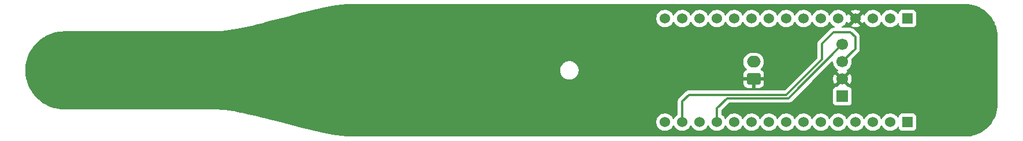
<source format=gbr>
%TF.GenerationSoftware,KiCad,Pcbnew,9.0.1*%
%TF.CreationDate,2025-04-29T17:49:49+02:00*%
%TF.ProjectId,Projet S6,50726f6a-6574-4205-9336-2e6b69636164,rev?*%
%TF.SameCoordinates,Original*%
%TF.FileFunction,Copper,L2,Bot*%
%TF.FilePolarity,Positive*%
%FSLAX46Y46*%
G04 Gerber Fmt 4.6, Leading zero omitted, Abs format (unit mm)*
G04 Created by KiCad (PCBNEW 9.0.1) date 2025-04-29 17:49:49*
%MOMM*%
%LPD*%
G01*
G04 APERTURE LIST*
G04 Aperture macros list*
%AMRoundRect*
0 Rectangle with rounded corners*
0 $1 Rounding radius*
0 $2 $3 $4 $5 $6 $7 $8 $9 X,Y pos of 4 corners*
0 Add a 4 corners polygon primitive as box body*
4,1,4,$2,$3,$4,$5,$6,$7,$8,$9,$2,$3,0*
0 Add four circle primitives for the rounded corners*
1,1,$1+$1,$2,$3*
1,1,$1+$1,$4,$5*
1,1,$1+$1,$6,$7*
1,1,$1+$1,$8,$9*
0 Add four rect primitives between the rounded corners*
20,1,$1+$1,$2,$3,$4,$5,0*
20,1,$1+$1,$4,$5,$6,$7,0*
20,1,$1+$1,$6,$7,$8,$9,0*
20,1,$1+$1,$8,$9,$2,$3,0*%
G04 Aperture macros list end*
%TA.AperFunction,ComponentPad*%
%ADD10R,1.530000X1.530000*%
%TD*%
%TA.AperFunction,ComponentPad*%
%ADD11C,1.530000*%
%TD*%
%TA.AperFunction,ComponentPad*%
%ADD12RoundRect,0.250000X0.750000X-0.600000X0.750000X0.600000X-0.750000X0.600000X-0.750000X-0.600000X0*%
%TD*%
%TA.AperFunction,ComponentPad*%
%ADD13O,2.000000X1.700000*%
%TD*%
%TA.AperFunction,ComponentPad*%
%ADD14R,1.700000X1.700000*%
%TD*%
%TA.AperFunction,ComponentPad*%
%ADD15C,1.700000*%
%TD*%
%TA.AperFunction,ViaPad*%
%ADD16C,1.200000*%
%TD*%
%TA.AperFunction,Conductor*%
%ADD17C,0.300000*%
%TD*%
G04 APERTURE END LIST*
D10*
%TO.P,Nucleo2,3_1,PA9*%
%TO.N,LED 8*%
X179560000Y-62380000D03*
D11*
%TO.P,Nucleo2,3_2,PA10*%
%TO.N,LED 9*%
X177020000Y-62380000D03*
%TO.P,Nucleo2,3_3,NRST*%
%TO.N,unconnected-(Nucleo2-NRST-Pad3_3)*%
X174480000Y-62380000D03*
%TO.P,Nucleo2,3_4,GND*%
%TO.N,GND*%
X171940000Y-62380000D03*
%TO.P,Nucleo2,3_5,PA12*%
%TO.N,unconnected-(Nucleo2-PA12-Pad3_5)*%
X169400000Y-62380000D03*
%TO.P,Nucleo2,3_6,PB0*%
%TO.N,unconnected-(Nucleo2-PB0-Pad3_6)*%
X166860000Y-62380000D03*
%TO.P,Nucleo2,3_7,PB7*%
%TO.N,unconnected-(Nucleo2-PB7-Pad3_7)*%
X164320000Y-62380000D03*
%TO.P,Nucleo2,3_8,PA15*%
%TO.N,unconnected-(Nucleo2-PA15-Pad3_8)*%
X161780000Y-62380000D03*
%TO.P,Nucleo2,3_9,PB6*%
%TO.N,unconnected-(Nucleo2-PB6-Pad3_9)*%
X159240000Y-62380000D03*
%TO.P,Nucleo2,3_10,PF0*%
%TO.N,unconnected-(Nucleo2-PF0-Pad3_10)*%
X156700000Y-62380000D03*
%TO.P,Nucleo2,3_11,PF1*%
%TO.N,unconnected-(Nucleo2-PF1-Pad3_11)*%
X154160000Y-62380000D03*
%TO.P,Nucleo2,3_12,PA8*%
%TO.N,LED 10*%
X151620000Y-62380000D03*
%TO.P,Nucleo2,3_13,PA11*%
%TO.N,LED 11*%
X149080000Y-62380000D03*
%TO.P,Nucleo2,3_14,PB5*%
%TO.N,unconnected-(Nucleo2-PB5-Pad3_14)*%
X146540000Y-62380000D03*
%TO.P,Nucleo2,3_15,PB4*%
%TO.N,unconnected-(Nucleo2-PB4-Pad3_15)*%
X144000000Y-62380000D03*
D10*
%TO.P,Nucleo2,4_1,VIN*%
%TO.N,+7.5V*%
X179560000Y-77620000D03*
D11*
%TO.P,Nucleo2,4_2,GND*%
%TO.N,unconnected-(Nucleo2-GND-Pad4_2)*%
X177020000Y-77620000D03*
%TO.P,Nucleo2,4_3*%
%TO.N,N/C*%
X174480000Y-77620000D03*
%TO.P,Nucleo2,4_4,+5V*%
%TO.N,unconnected-(Nucleo2-+5V-Pad4_4)*%
X171940000Y-77620000D03*
%TO.P,Nucleo2,4_5,PA2*%
%TO.N,LED 1*%
X169400000Y-77620000D03*
%TO.P,Nucleo2,4_6,PA7*%
%TO.N,LED 2*%
X166860000Y-77620000D03*
%TO.P,Nucleo2,4_7,PA6*%
%TO.N,LED 7*%
X164320000Y-77620000D03*
%TO.P,Nucleo2,4_8,PA5*%
%TO.N,LED 6*%
X161780000Y-77620000D03*
%TO.P,Nucleo2,4_9,PA4*%
%TO.N,LED 5*%
X159240000Y-77620000D03*
%TO.P,Nucleo2,4_10,PA3*%
%TO.N,LED 4*%
X156700000Y-77620000D03*
%TO.P,Nucleo2,4_11,PA1*%
%TO.N,LED 3*%
X154160000Y-77620000D03*
%TO.P,Nucleo2,4_12,PA0*%
%TO.N,DO*%
X151620000Y-77620000D03*
%TO.P,Nucleo2,4_13,AVDD*%
%TO.N,unconnected-(Nucleo2-AVDD-Pad4_13)*%
X149080000Y-77620000D03*
%TO.P,Nucleo2,4_14,+3V3*%
%TO.N,Alim Hall*%
X146540000Y-77620000D03*
%TO.P,Nucleo2,4_15,PB3*%
%TO.N,unconnected-(Nucleo2-PB3-Pad4_15)*%
X144000000Y-77620000D03*
%TD*%
D12*
%TO.P,J101,1,Pin_1*%
%TO.N,GND*%
X157000000Y-71250000D03*
D13*
%TO.P,J101,2,Pin_2*%
%TO.N,+7.5V*%
X157000000Y-68750000D03*
%TD*%
D14*
%TO.P,J3,1,Pin_1*%
%TO.N,unconnected-(J3-Pin_1-Pad1)*%
X170000000Y-73810000D03*
D15*
%TO.P,J3,2,Pin_2*%
%TO.N,GND*%
X170000000Y-71270000D03*
%TO.P,J3,3,Pin_3*%
%TO.N,Alim Hall*%
X170000000Y-68730000D03*
%TO.P,J3,4,Pin_4*%
%TO.N,DO*%
X170000000Y-66190000D03*
%TD*%
D16*
%TO.N,GND*%
X75000000Y-73000000D03*
X51200000Y-70100000D03*
X165500000Y-66900000D03*
X93000000Y-73000000D03*
X141800000Y-61500000D03*
X97400000Y-78900000D03*
X81000000Y-73000000D03*
X58100000Y-73000000D03*
X131900000Y-79100000D03*
X69000000Y-73000000D03*
X56600000Y-64900000D03*
X135400000Y-66500000D03*
X125600000Y-67800000D03*
X179600000Y-75300000D03*
X179800000Y-64800000D03*
X99000000Y-73000000D03*
X105000000Y-73000000D03*
X87100000Y-73000000D03*
X137900000Y-75700000D03*
X91500000Y-63000000D03*
X135600000Y-77700000D03*
X165200000Y-74300000D03*
X170600000Y-79100000D03*
X128200000Y-65900000D03*
X86600000Y-76500000D03*
X117000000Y-73000000D03*
X141800000Y-77500000D03*
X111000000Y-73000000D03*
X124700000Y-71800000D03*
X141600000Y-72400000D03*
X121000000Y-78800000D03*
X108500000Y-78900000D03*
X133000000Y-61000000D03*
X172400000Y-69600000D03*
%TD*%
D17*
%TO.N,DO*%
X151620000Y-75580000D02*
X151620000Y-77620000D01*
X153100000Y-74100000D02*
X151620000Y-75580000D01*
X170000000Y-66190000D02*
X162090000Y-74100000D01*
X162090000Y-74100000D02*
X153100000Y-74100000D01*
%TO.N,Alim Hall*%
X161801000Y-73599000D02*
X147501000Y-73599000D01*
X167000000Y-68400000D02*
X161801000Y-73599000D01*
X147501000Y-73599000D02*
X146540000Y-74560000D01*
X170000000Y-68730000D02*
X171900000Y-66830000D01*
X146540000Y-74560000D02*
X146540000Y-77620000D01*
X168700000Y-64400000D02*
X167000000Y-66100000D01*
X167000000Y-66100000D02*
X167000000Y-68400000D01*
X171900000Y-65100000D02*
X171200000Y-64400000D01*
X171900000Y-66830000D02*
X171900000Y-65100000D01*
X171200000Y-64400000D02*
X168700000Y-64400000D01*
%TD*%
%TA.AperFunction,Conductor*%
%TO.N,GND*%
G36*
X188002724Y-60250617D02*
G01*
X188408559Y-60268337D01*
X188419293Y-60269277D01*
X188819386Y-60321950D01*
X188830010Y-60323823D01*
X189223993Y-60411167D01*
X189234405Y-60413956D01*
X189619279Y-60535307D01*
X189629414Y-60538996D01*
X190002232Y-60693423D01*
X190012024Y-60697989D01*
X190369942Y-60884309D01*
X190379310Y-60889717D01*
X190719638Y-61106530D01*
X190728499Y-61112735D01*
X191048627Y-61358378D01*
X191056914Y-61365332D01*
X191354412Y-61637938D01*
X191362061Y-61645587D01*
X191634667Y-61943085D01*
X191641621Y-61951372D01*
X191887264Y-62271500D01*
X191893469Y-62280361D01*
X192110282Y-62620689D01*
X192115690Y-62630057D01*
X192302007Y-62987969D01*
X192306579Y-62997773D01*
X192344686Y-63089770D01*
X192449731Y-63343373D01*
X192460997Y-63370570D01*
X192464696Y-63380733D01*
X192580968Y-63749500D01*
X192586037Y-63765575D01*
X192588836Y-63776022D01*
X192602105Y-63835876D01*
X192676173Y-64169977D01*
X192678051Y-64180629D01*
X192730720Y-64580683D01*
X192731663Y-64591460D01*
X192747324Y-64950172D01*
X192749382Y-64997297D01*
X192749500Y-65002706D01*
X192749500Y-74997293D01*
X192749382Y-75002702D01*
X192731663Y-75408539D01*
X192730720Y-75419316D01*
X192678051Y-75819370D01*
X192676173Y-75830022D01*
X192588837Y-76223974D01*
X192586037Y-76234424D01*
X192464697Y-76619264D01*
X192460997Y-76629429D01*
X192306579Y-77002226D01*
X192302007Y-77012030D01*
X192115690Y-77369942D01*
X192110282Y-77379310D01*
X191893469Y-77719638D01*
X191887264Y-77728499D01*
X191641621Y-78048627D01*
X191634667Y-78056914D01*
X191362061Y-78354412D01*
X191354412Y-78362061D01*
X191056914Y-78634667D01*
X191048627Y-78641621D01*
X190728499Y-78887264D01*
X190719638Y-78893469D01*
X190379310Y-79110282D01*
X190369942Y-79115690D01*
X190012030Y-79302007D01*
X190002226Y-79306579D01*
X189629429Y-79460997D01*
X189619264Y-79464697D01*
X189234424Y-79586037D01*
X189223974Y-79588837D01*
X188830022Y-79676173D01*
X188819370Y-79678051D01*
X188419316Y-79730720D01*
X188408539Y-79731663D01*
X188002703Y-79749382D01*
X187997294Y-79749500D01*
X98005710Y-79749500D01*
X98001922Y-79749442D01*
X97380977Y-79730466D01*
X97374358Y-79730087D01*
X96650512Y-79669121D01*
X96644918Y-79668521D01*
X95794899Y-79557912D01*
X95790206Y-79557210D01*
X94790987Y-79388080D01*
X94787095Y-79387357D01*
X93605589Y-79148345D01*
X93602434Y-79147664D01*
X92183818Y-78822044D01*
X92181400Y-78821464D01*
X90414063Y-78378315D01*
X90412552Y-78377926D01*
X87950098Y-77727440D01*
X87950103Y-77727419D01*
X87949946Y-77727399D01*
X86620739Y-77374474D01*
X86620737Y-77374474D01*
X86608533Y-77371233D01*
X86607953Y-77370795D01*
X86560549Y-77358491D01*
X86560222Y-77358405D01*
X86560171Y-77358392D01*
X86503442Y-77343330D01*
X86500020Y-77342782D01*
X85245591Y-77017217D01*
X85232947Y-77013935D01*
X85231777Y-77013072D01*
X85184694Y-77001412D01*
X85184024Y-77001238D01*
X85130497Y-76987346D01*
X85123802Y-76986332D01*
X83898753Y-76682961D01*
X83898753Y-76682962D01*
X83885535Y-76679689D01*
X83883671Y-76678365D01*
X83837261Y-76667735D01*
X83791023Y-76656285D01*
X83791022Y-76656285D01*
X83785841Y-76655002D01*
X83775491Y-76653586D01*
X82594255Y-76383038D01*
X82594254Y-76383038D01*
X82580208Y-76379820D01*
X82577468Y-76377977D01*
X82531815Y-76368736D01*
X82530236Y-76368375D01*
X82530235Y-76368374D01*
X82483571Y-76357688D01*
X82468901Y-76356005D01*
X81346113Y-76128771D01*
X81346113Y-76128770D01*
X81331991Y-76125912D01*
X81329212Y-76124143D01*
X81283271Y-76116053D01*
X81281712Y-76115737D01*
X81234785Y-76106241D01*
X81220131Y-76104935D01*
X80745327Y-76021332D01*
X80739266Y-76020264D01*
X80731599Y-76018914D01*
X80729275Y-76017503D01*
X80682693Y-76010302D01*
X80681357Y-76010067D01*
X80681346Y-76010066D01*
X80639477Y-76002695D01*
X80636132Y-76002106D01*
X80636131Y-76002106D01*
X80631962Y-76001372D01*
X80619702Y-76000565D01*
X80165150Y-75930305D01*
X80165150Y-75930304D01*
X80150992Y-75928116D01*
X80148216Y-75926522D01*
X80101892Y-75920528D01*
X80100358Y-75920291D01*
X80052676Y-75912921D01*
X80038355Y-75912307D01*
X79605655Y-75856324D01*
X79605655Y-75856323D01*
X79590948Y-75854420D01*
X79587612Y-75852632D01*
X79541671Y-75848046D01*
X79534001Y-75847053D01*
X79494193Y-75841903D01*
X79477460Y-75841637D01*
X79068423Y-75800812D01*
X79053008Y-75799273D01*
X79048977Y-75797289D01*
X79003597Y-75794342D01*
X79001452Y-75794128D01*
X79001451Y-75794127D01*
X78958142Y-75789805D01*
X78938552Y-75790118D01*
X78555018Y-75765214D01*
X78538652Y-75764151D01*
X78533752Y-75761986D01*
X78489141Y-75760935D01*
X78486588Y-75760770D01*
X78486556Y-75760769D01*
X78460907Y-75759104D01*
X78444555Y-75758043D01*
X78444554Y-75758043D01*
X78444551Y-75758043D01*
X78442253Y-75758347D01*
X78423090Y-75759382D01*
X78066850Y-75751003D01*
X78066850Y-75751002D01*
X78052649Y-75750668D01*
X78049828Y-75749500D01*
X78002929Y-75749500D01*
X78001482Y-75749466D01*
X77952664Y-75748317D01*
X77939022Y-75749500D01*
X56002487Y-75749500D01*
X55997494Y-75749399D01*
X55542357Y-75731057D01*
X55532403Y-75730254D01*
X55082672Y-75675646D01*
X55072816Y-75674044D01*
X54628949Y-75583429D01*
X54619253Y-75581039D01*
X54184119Y-75455000D01*
X54174647Y-75451838D01*
X53751062Y-75291194D01*
X53741875Y-75287280D01*
X53332585Y-75093069D01*
X53323743Y-75088428D01*
X52931417Y-74861919D01*
X52922977Y-74856582D01*
X52831046Y-74793127D01*
X52550140Y-74599232D01*
X52542159Y-74593234D01*
X52422984Y-74495931D01*
X52191239Y-74306717D01*
X52183782Y-74300111D01*
X51857044Y-73986274D01*
X51850129Y-73979074D01*
X51549726Y-73639989D01*
X51543410Y-73632254D01*
X51271259Y-73270087D01*
X51265586Y-73261869D01*
X51159256Y-73093722D01*
X51023457Y-72878972D01*
X51018465Y-72870326D01*
X51009118Y-72852516D01*
X50807921Y-72469169D01*
X50803654Y-72460174D01*
X50626087Y-72043408D01*
X50622545Y-72034071D01*
X50479082Y-71604346D01*
X50476304Y-71594754D01*
X50438898Y-71442993D01*
X50367885Y-71154883D01*
X50365891Y-71145110D01*
X50354823Y-71077007D01*
X50293221Y-70697957D01*
X50292018Y-70688049D01*
X50284912Y-70600028D01*
X50255565Y-70236488D01*
X50255163Y-70226510D01*
X50255163Y-69893713D01*
X128649500Y-69893713D01*
X128649500Y-70106287D01*
X128650209Y-70110763D01*
X128668541Y-70226510D01*
X128682754Y-70316243D01*
X128741586Y-70497309D01*
X128748444Y-70518414D01*
X128844951Y-70707820D01*
X128969890Y-70879786D01*
X129120213Y-71030109D01*
X129292179Y-71155048D01*
X129292181Y-71155049D01*
X129292184Y-71155051D01*
X129481588Y-71251557D01*
X129683757Y-71317246D01*
X129893713Y-71350500D01*
X129893714Y-71350500D01*
X130106286Y-71350500D01*
X130106287Y-71350500D01*
X130316243Y-71317246D01*
X130518412Y-71251557D01*
X130707816Y-71155051D01*
X130729789Y-71139086D01*
X130879786Y-71030109D01*
X130879788Y-71030106D01*
X130879792Y-71030104D01*
X131030104Y-70879792D01*
X131030106Y-70879788D01*
X131030109Y-70879786D01*
X131155048Y-70707820D01*
X131155047Y-70707820D01*
X131155051Y-70707816D01*
X131251557Y-70518412D01*
X131317246Y-70316243D01*
X131350500Y-70106287D01*
X131350500Y-69893713D01*
X131317246Y-69683757D01*
X131251557Y-69481588D01*
X131155051Y-69292184D01*
X131155049Y-69292181D01*
X131155048Y-69292179D01*
X131030109Y-69120213D01*
X130879786Y-68969890D01*
X130707820Y-68844951D01*
X130520145Y-68749326D01*
X130520144Y-68749325D01*
X130520143Y-68749325D01*
X130518413Y-68748443D01*
X130413241Y-68714270D01*
X130316243Y-68682754D01*
X130316241Y-68682753D01*
X130316240Y-68682753D01*
X130154957Y-68657208D01*
X130106287Y-68649500D01*
X129893713Y-68649500D01*
X129845042Y-68657208D01*
X129683760Y-68682753D01*
X129481585Y-68748444D01*
X129292179Y-68844951D01*
X129120213Y-68969890D01*
X128969890Y-69120213D01*
X128844951Y-69292179D01*
X128748444Y-69481585D01*
X128682753Y-69683760D01*
X128667955Y-69777191D01*
X128649500Y-69893713D01*
X50255163Y-69893713D01*
X50255163Y-69773489D01*
X50255565Y-69763511D01*
X50278324Y-69481585D01*
X50292018Y-69311942D01*
X50293222Y-69302037D01*
X50365894Y-68854873D01*
X50367884Y-68845120D01*
X50417526Y-68643713D01*
X155499500Y-68643713D01*
X155499500Y-68856286D01*
X155529585Y-69046239D01*
X155532754Y-69066243D01*
X155597258Y-69264766D01*
X155598444Y-69268414D01*
X155694951Y-69457820D01*
X155819890Y-69629786D01*
X155959068Y-69768964D01*
X155992553Y-69830287D01*
X155987569Y-69899979D01*
X155945697Y-69955912D01*
X155936484Y-69962183D01*
X155781659Y-70057680D01*
X155781655Y-70057683D01*
X155657684Y-70181654D01*
X155565643Y-70330875D01*
X155565641Y-70330880D01*
X155510494Y-70497302D01*
X155510493Y-70497309D01*
X155500000Y-70600013D01*
X155500000Y-71000000D01*
X156566988Y-71000000D01*
X156534075Y-71057007D01*
X156500000Y-71184174D01*
X156500000Y-71315826D01*
X156534075Y-71442993D01*
X156566988Y-71500000D01*
X155500001Y-71500000D01*
X155500001Y-71899986D01*
X155510494Y-72002697D01*
X155565641Y-72169119D01*
X155565643Y-72169124D01*
X155657684Y-72318345D01*
X155781654Y-72442315D01*
X155930875Y-72534356D01*
X155930880Y-72534358D01*
X156097302Y-72589505D01*
X156097309Y-72589506D01*
X156200019Y-72599999D01*
X156749999Y-72599999D01*
X156750000Y-72599998D01*
X156750000Y-71683012D01*
X156807007Y-71715925D01*
X156934174Y-71750000D01*
X157065826Y-71750000D01*
X157192993Y-71715925D01*
X157250000Y-71683012D01*
X157250000Y-72599999D01*
X157799972Y-72599999D01*
X157799986Y-72599998D01*
X157902697Y-72589505D01*
X158069119Y-72534358D01*
X158069124Y-72534356D01*
X158218345Y-72442315D01*
X158342315Y-72318345D01*
X158434356Y-72169124D01*
X158434358Y-72169119D01*
X158489505Y-72002697D01*
X158489506Y-72002690D01*
X158499999Y-71899986D01*
X158500000Y-71899973D01*
X158500000Y-71500000D01*
X157433012Y-71500000D01*
X157465925Y-71442993D01*
X157500000Y-71315826D01*
X157500000Y-71184174D01*
X157465925Y-71057007D01*
X157433012Y-71000000D01*
X158499999Y-71000000D01*
X158499999Y-70600028D01*
X158499998Y-70600013D01*
X158489505Y-70497302D01*
X158434358Y-70330880D01*
X158434356Y-70330875D01*
X158342315Y-70181654D01*
X158218345Y-70057684D01*
X158063515Y-69962184D01*
X158016791Y-69910236D01*
X158005568Y-69841273D01*
X158033412Y-69777191D01*
X158040909Y-69768986D01*
X158180104Y-69629792D01*
X158305051Y-69457816D01*
X158401557Y-69268412D01*
X158467246Y-69066243D01*
X158500500Y-68856287D01*
X158500500Y-68643713D01*
X158467246Y-68433757D01*
X158401557Y-68231588D01*
X158305051Y-68042184D01*
X158305049Y-68042181D01*
X158305048Y-68042179D01*
X158180109Y-67870213D01*
X158029786Y-67719890D01*
X157857820Y-67594951D01*
X157668414Y-67498444D01*
X157668413Y-67498443D01*
X157668412Y-67498443D01*
X157466243Y-67432754D01*
X157466241Y-67432753D01*
X157466240Y-67432753D01*
X157304957Y-67407208D01*
X157256287Y-67399500D01*
X156743713Y-67399500D01*
X156695042Y-67407208D01*
X156533760Y-67432753D01*
X156331585Y-67498444D01*
X156142179Y-67594951D01*
X155970213Y-67719890D01*
X155819890Y-67870213D01*
X155694951Y-68042179D01*
X155598444Y-68231585D01*
X155532753Y-68433760D01*
X155499500Y-68643713D01*
X50417526Y-68643713D01*
X50476304Y-68405242D01*
X50479082Y-68395653D01*
X50622545Y-67965928D01*
X50626087Y-67956591D01*
X50803659Y-67539815D01*
X50807917Y-67530840D01*
X51018471Y-67129660D01*
X51023450Y-67121038D01*
X51265594Y-66738117D01*
X51271249Y-66729925D01*
X51543418Y-66367734D01*
X51549716Y-66360021D01*
X51850143Y-66020910D01*
X51857032Y-66013737D01*
X52183796Y-65699875D01*
X52191224Y-65693294D01*
X52542177Y-65406751D01*
X52550124Y-65400779D01*
X52922999Y-65143402D01*
X52931394Y-65138094D01*
X53323752Y-64911565D01*
X53332575Y-64906935D01*
X53741884Y-64712715D01*
X53751053Y-64708808D01*
X54174649Y-64548160D01*
X54184119Y-64544999D01*
X54193589Y-64542256D01*
X54619274Y-64418954D01*
X54628928Y-64416575D01*
X55072819Y-64325954D01*
X55082669Y-64324353D01*
X55532415Y-64269743D01*
X55542344Y-64268943D01*
X55997494Y-64250601D01*
X56002487Y-64250500D01*
X56044170Y-64250500D01*
X77953229Y-64250500D01*
X77956077Y-64251602D01*
X78002927Y-64250500D01*
X78049828Y-64250500D01*
X78053236Y-64250500D01*
X78066851Y-64248995D01*
X78439481Y-64240231D01*
X78444555Y-64241957D01*
X78489107Y-64239064D01*
X78533752Y-64238014D01*
X78533756Y-64238012D01*
X78536008Y-64237509D01*
X78555016Y-64234784D01*
X78954017Y-64208876D01*
X78958320Y-64210176D01*
X79003580Y-64205658D01*
X79048977Y-64202711D01*
X79048978Y-64202710D01*
X79049169Y-64202698D01*
X79068419Y-64199186D01*
X79492219Y-64156888D01*
X79495878Y-64157878D01*
X79541671Y-64151953D01*
X79587612Y-64147368D01*
X79587612Y-64147367D01*
X79589302Y-64147199D01*
X79605659Y-64143674D01*
X80052563Y-64085853D01*
X80055680Y-64086614D01*
X80101876Y-64079473D01*
X80148216Y-64073478D01*
X80148219Y-64073476D01*
X80151243Y-64073085D01*
X80165147Y-64069693D01*
X80633476Y-63997304D01*
X80636132Y-63997894D01*
X80682620Y-63989708D01*
X80729275Y-63982497D01*
X80729276Y-63982496D01*
X80733457Y-63981850D01*
X80745332Y-63978666D01*
X81234315Y-63892566D01*
X81237552Y-63893199D01*
X81283271Y-63883946D01*
X81329212Y-63875857D01*
X81329212Y-63875856D01*
X81331999Y-63875366D01*
X81346115Y-63871227D01*
X82483033Y-63641134D01*
X82486297Y-63641687D01*
X82531787Y-63631268D01*
X82533329Y-63630956D01*
X82580218Y-63621467D01*
X82594262Y-63616958D01*
X83788760Y-63343373D01*
X83791023Y-63343715D01*
X83837261Y-63332264D01*
X83838322Y-63332021D01*
X83838323Y-63332021D01*
X83858831Y-63327323D01*
X83883671Y-63321635D01*
X83883671Y-63321634D01*
X83888883Y-63320441D01*
X83898750Y-63317037D01*
X85136455Y-63010533D01*
X85137893Y-63010734D01*
X85184694Y-62998587D01*
X85231777Y-62986928D01*
X85231778Y-62986926D01*
X85239225Y-62985083D01*
X85245597Y-62982779D01*
X86512198Y-62654056D01*
X86512920Y-62654153D01*
X86560357Y-62641557D01*
X86607953Y-62629205D01*
X86607954Y-62629203D01*
X86617522Y-62626721D01*
X86620769Y-62625516D01*
X87920555Y-62280403D01*
X142734500Y-62280403D01*
X142734500Y-62479596D01*
X142765661Y-62676340D01*
X142765661Y-62676343D01*
X142827213Y-62865780D01*
X142894467Y-62997773D01*
X142917647Y-63043266D01*
X143034731Y-63204418D01*
X143175582Y-63345269D01*
X143336734Y-63462353D01*
X143464575Y-63527491D01*
X143514219Y-63552786D01*
X143703657Y-63614338D01*
X143703658Y-63614338D01*
X143703661Y-63614339D01*
X143900403Y-63645500D01*
X143900404Y-63645500D01*
X144099596Y-63645500D01*
X144099597Y-63645500D01*
X144296339Y-63614339D01*
X144296342Y-63614338D01*
X144296343Y-63614338D01*
X144485780Y-63552786D01*
X144485780Y-63552785D01*
X144485783Y-63552785D01*
X144663266Y-63462353D01*
X144824418Y-63345269D01*
X144965269Y-63204418D01*
X145082353Y-63043266D01*
X145159515Y-62891827D01*
X145207490Y-62841031D01*
X145275311Y-62824236D01*
X145341446Y-62846773D01*
X145380485Y-62891827D01*
X145457647Y-63043266D01*
X145574731Y-63204418D01*
X145715582Y-63345269D01*
X145876734Y-63462353D01*
X146004575Y-63527491D01*
X146054219Y-63552786D01*
X146243657Y-63614338D01*
X146243658Y-63614338D01*
X146243661Y-63614339D01*
X146440403Y-63645500D01*
X146440404Y-63645500D01*
X146639596Y-63645500D01*
X146639597Y-63645500D01*
X146836339Y-63614339D01*
X146836342Y-63614338D01*
X146836343Y-63614338D01*
X147025780Y-63552786D01*
X147025780Y-63552785D01*
X147025783Y-63552785D01*
X147203266Y-63462353D01*
X147364418Y-63345269D01*
X147505269Y-63204418D01*
X147622353Y-63043266D01*
X147699515Y-62891827D01*
X147747490Y-62841031D01*
X147815311Y-62824236D01*
X147881446Y-62846773D01*
X147920485Y-62891827D01*
X147997647Y-63043266D01*
X148114731Y-63204418D01*
X148255582Y-63345269D01*
X148416734Y-63462353D01*
X148544575Y-63527491D01*
X148594219Y-63552786D01*
X148783657Y-63614338D01*
X148783658Y-63614338D01*
X148783661Y-63614339D01*
X148980403Y-63645500D01*
X148980404Y-63645500D01*
X149179596Y-63645500D01*
X149179597Y-63645500D01*
X149376339Y-63614339D01*
X149376342Y-63614338D01*
X149376343Y-63614338D01*
X149565780Y-63552786D01*
X149565780Y-63552785D01*
X149565783Y-63552785D01*
X149743266Y-63462353D01*
X149904418Y-63345269D01*
X150045269Y-63204418D01*
X150162353Y-63043266D01*
X150239515Y-62891827D01*
X150287490Y-62841031D01*
X150355311Y-62824236D01*
X150421446Y-62846773D01*
X150460485Y-62891827D01*
X150537647Y-63043266D01*
X150654731Y-63204418D01*
X150795582Y-63345269D01*
X150956734Y-63462353D01*
X151084575Y-63527491D01*
X151134219Y-63552786D01*
X151323657Y-63614338D01*
X151323658Y-63614338D01*
X151323661Y-63614339D01*
X151520403Y-63645500D01*
X151520404Y-63645500D01*
X151719596Y-63645500D01*
X151719597Y-63645500D01*
X151916339Y-63614339D01*
X151916342Y-63614338D01*
X151916343Y-63614338D01*
X152105780Y-63552786D01*
X152105780Y-63552785D01*
X152105783Y-63552785D01*
X152283266Y-63462353D01*
X152444418Y-63345269D01*
X152585269Y-63204418D01*
X152702353Y-63043266D01*
X152779515Y-62891827D01*
X152827490Y-62841031D01*
X152895311Y-62824236D01*
X152961446Y-62846773D01*
X153000485Y-62891827D01*
X153077647Y-63043266D01*
X153194731Y-63204418D01*
X153335582Y-63345269D01*
X153496734Y-63462353D01*
X153624575Y-63527491D01*
X153674219Y-63552786D01*
X153863657Y-63614338D01*
X153863658Y-63614338D01*
X153863661Y-63614339D01*
X154060403Y-63645500D01*
X154060404Y-63645500D01*
X154259596Y-63645500D01*
X154259597Y-63645500D01*
X154456339Y-63614339D01*
X154456342Y-63614338D01*
X154456343Y-63614338D01*
X154645780Y-63552786D01*
X154645780Y-63552785D01*
X154645783Y-63552785D01*
X154823266Y-63462353D01*
X154984418Y-63345269D01*
X155125269Y-63204418D01*
X155242353Y-63043266D01*
X155319515Y-62891827D01*
X155367490Y-62841031D01*
X155435311Y-62824236D01*
X155501446Y-62846773D01*
X155540485Y-62891827D01*
X155617647Y-63043266D01*
X155734731Y-63204418D01*
X155875582Y-63345269D01*
X156036734Y-63462353D01*
X156164575Y-63527491D01*
X156214219Y-63552786D01*
X156403657Y-63614338D01*
X156403658Y-63614338D01*
X156403661Y-63614339D01*
X156600403Y-63645500D01*
X156600404Y-63645500D01*
X156799596Y-63645500D01*
X156799597Y-63645500D01*
X156996339Y-63614339D01*
X156996342Y-63614338D01*
X156996343Y-63614338D01*
X157185780Y-63552786D01*
X157185780Y-63552785D01*
X157185783Y-63552785D01*
X157363266Y-63462353D01*
X157524418Y-63345269D01*
X157665269Y-63204418D01*
X157782353Y-63043266D01*
X157859515Y-62891827D01*
X157907490Y-62841031D01*
X157975311Y-62824236D01*
X158041446Y-62846773D01*
X158080485Y-62891827D01*
X158157647Y-63043266D01*
X158274731Y-63204418D01*
X158415582Y-63345269D01*
X158576734Y-63462353D01*
X158704575Y-63527491D01*
X158754219Y-63552786D01*
X158943657Y-63614338D01*
X158943658Y-63614338D01*
X158943661Y-63614339D01*
X159140403Y-63645500D01*
X159140404Y-63645500D01*
X159339596Y-63645500D01*
X159339597Y-63645500D01*
X159536339Y-63614339D01*
X159536342Y-63614338D01*
X159536343Y-63614338D01*
X159725780Y-63552786D01*
X159725780Y-63552785D01*
X159725783Y-63552785D01*
X159903266Y-63462353D01*
X160064418Y-63345269D01*
X160205269Y-63204418D01*
X160322353Y-63043266D01*
X160399515Y-62891827D01*
X160447490Y-62841031D01*
X160515311Y-62824236D01*
X160581446Y-62846773D01*
X160620485Y-62891827D01*
X160697647Y-63043266D01*
X160814731Y-63204418D01*
X160955582Y-63345269D01*
X161116734Y-63462353D01*
X161244575Y-63527491D01*
X161294219Y-63552786D01*
X161483657Y-63614338D01*
X161483658Y-63614338D01*
X161483661Y-63614339D01*
X161680403Y-63645500D01*
X161680404Y-63645500D01*
X161879596Y-63645500D01*
X161879597Y-63645500D01*
X162076339Y-63614339D01*
X162076342Y-63614338D01*
X162076343Y-63614338D01*
X162265780Y-63552786D01*
X162265780Y-63552785D01*
X162265783Y-63552785D01*
X162443266Y-63462353D01*
X162604418Y-63345269D01*
X162745269Y-63204418D01*
X162862353Y-63043266D01*
X162939515Y-62891827D01*
X162987490Y-62841031D01*
X163055311Y-62824236D01*
X163121446Y-62846773D01*
X163160485Y-62891827D01*
X163237647Y-63043266D01*
X163354731Y-63204418D01*
X163495582Y-63345269D01*
X163656734Y-63462353D01*
X163784575Y-63527491D01*
X163834219Y-63552786D01*
X164023657Y-63614338D01*
X164023658Y-63614338D01*
X164023661Y-63614339D01*
X164220403Y-63645500D01*
X164220404Y-63645500D01*
X164419596Y-63645500D01*
X164419597Y-63645500D01*
X164616339Y-63614339D01*
X164616342Y-63614338D01*
X164616343Y-63614338D01*
X164805780Y-63552786D01*
X164805780Y-63552785D01*
X164805783Y-63552785D01*
X164983266Y-63462353D01*
X165144418Y-63345269D01*
X165285269Y-63204418D01*
X165402353Y-63043266D01*
X165479515Y-62891827D01*
X165527490Y-62841031D01*
X165595311Y-62824236D01*
X165661446Y-62846773D01*
X165700485Y-62891827D01*
X165777647Y-63043266D01*
X165894731Y-63204418D01*
X166035582Y-63345269D01*
X166196734Y-63462353D01*
X166324575Y-63527491D01*
X166374219Y-63552786D01*
X166563657Y-63614338D01*
X166563658Y-63614338D01*
X166563661Y-63614339D01*
X166760403Y-63645500D01*
X166760404Y-63645500D01*
X166959596Y-63645500D01*
X166959597Y-63645500D01*
X167156339Y-63614339D01*
X167156342Y-63614338D01*
X167156343Y-63614338D01*
X167345780Y-63552786D01*
X167345780Y-63552785D01*
X167345783Y-63552785D01*
X167523266Y-63462353D01*
X167684418Y-63345269D01*
X167825269Y-63204418D01*
X167942353Y-63043266D01*
X168019515Y-62891827D01*
X168067490Y-62841031D01*
X168135311Y-62824236D01*
X168201446Y-62846773D01*
X168240485Y-62891827D01*
X168317647Y-63043266D01*
X168434731Y-63204418D01*
X168575582Y-63345269D01*
X168736734Y-63462353D01*
X168815617Y-63502546D01*
X168840089Y-63515015D01*
X168890885Y-63562990D01*
X168907680Y-63630811D01*
X168885143Y-63696946D01*
X168830427Y-63740397D01*
X168783794Y-63749500D01*
X168635929Y-63749500D01*
X168517224Y-63773113D01*
X168515804Y-63773395D01*
X168510257Y-63774498D01*
X168510255Y-63774499D01*
X168391874Y-63823534D01*
X168285326Y-63894726D01*
X166494726Y-65685326D01*
X166434589Y-65775330D01*
X166434587Y-65775333D01*
X166423536Y-65791870D01*
X166423533Y-65791875D01*
X166374499Y-65910255D01*
X166374497Y-65910261D01*
X166349500Y-66035928D01*
X166349500Y-68079192D01*
X166329815Y-68146231D01*
X166313181Y-68166873D01*
X161567873Y-72912181D01*
X161506550Y-72945666D01*
X161480192Y-72948500D01*
X147436929Y-72948500D01*
X147311261Y-72973497D01*
X147311255Y-72973499D01*
X147192870Y-73022535D01*
X147086331Y-73093722D01*
X147086324Y-73093728D01*
X146034724Y-74145328D01*
X145981823Y-74224502D01*
X145963535Y-74251871D01*
X145914499Y-74370255D01*
X145914497Y-74370261D01*
X145889500Y-74495928D01*
X145889500Y-76465190D01*
X145869815Y-76532229D01*
X145838386Y-76565508D01*
X145715580Y-76654732D01*
X145574733Y-76795579D01*
X145574733Y-76795580D01*
X145574731Y-76795582D01*
X145542773Y-76839568D01*
X145457647Y-76956733D01*
X145380485Y-77108172D01*
X145332510Y-77158968D01*
X145264689Y-77175763D01*
X145198554Y-77153225D01*
X145159515Y-77108172D01*
X145105532Y-77002226D01*
X145082353Y-76956734D01*
X144965269Y-76795582D01*
X144824418Y-76654731D01*
X144663266Y-76537647D01*
X144598437Y-76504615D01*
X144485780Y-76447213D01*
X144296342Y-76385661D01*
X144148782Y-76362290D01*
X144099597Y-76354500D01*
X143900403Y-76354500D01*
X143834822Y-76364887D01*
X143703659Y-76385661D01*
X143703656Y-76385661D01*
X143514219Y-76447213D01*
X143336733Y-76537647D01*
X143244790Y-76604447D01*
X143175582Y-76654731D01*
X143175580Y-76654733D01*
X143175579Y-76654733D01*
X143034733Y-76795579D01*
X143034733Y-76795580D01*
X143034731Y-76795582D01*
X143002773Y-76839568D01*
X142917647Y-76956733D01*
X142827213Y-77134219D01*
X142765661Y-77323656D01*
X142765661Y-77323659D01*
X142758126Y-77371234D01*
X142734500Y-77520403D01*
X142734500Y-77719597D01*
X142735229Y-77724201D01*
X142765661Y-77916340D01*
X142765661Y-77916343D01*
X142827213Y-78105780D01*
X142887661Y-78224415D01*
X142917647Y-78283266D01*
X143034731Y-78444418D01*
X143175582Y-78585269D01*
X143336734Y-78702353D01*
X143514217Y-78792785D01*
X143514219Y-78792786D01*
X143703657Y-78854338D01*
X143703658Y-78854338D01*
X143703661Y-78854339D01*
X143900403Y-78885500D01*
X143900404Y-78885500D01*
X144099596Y-78885500D01*
X144099597Y-78885500D01*
X144296339Y-78854339D01*
X144296342Y-78854338D01*
X144296343Y-78854338D01*
X144485780Y-78792786D01*
X144485780Y-78792785D01*
X144485783Y-78792785D01*
X144663266Y-78702353D01*
X144824418Y-78585269D01*
X144965269Y-78444418D01*
X145082353Y-78283266D01*
X145159515Y-78131827D01*
X145207490Y-78081031D01*
X145275311Y-78064236D01*
X145341446Y-78086773D01*
X145380485Y-78131827D01*
X145457647Y-78283266D01*
X145574731Y-78444418D01*
X145715582Y-78585269D01*
X145876734Y-78702353D01*
X146054217Y-78792785D01*
X146054219Y-78792786D01*
X146243657Y-78854338D01*
X146243658Y-78854338D01*
X146243661Y-78854339D01*
X146440403Y-78885500D01*
X146440404Y-78885500D01*
X146639596Y-78885500D01*
X146639597Y-78885500D01*
X146836339Y-78854339D01*
X146836342Y-78854338D01*
X146836343Y-78854338D01*
X147025780Y-78792786D01*
X147025780Y-78792785D01*
X147025783Y-78792785D01*
X147203266Y-78702353D01*
X147364418Y-78585269D01*
X147505269Y-78444418D01*
X147622353Y-78283266D01*
X147699515Y-78131827D01*
X147747490Y-78081031D01*
X147815311Y-78064236D01*
X147881446Y-78086773D01*
X147920485Y-78131827D01*
X147997647Y-78283266D01*
X148114731Y-78444418D01*
X148255582Y-78585269D01*
X148416734Y-78702353D01*
X148594217Y-78792785D01*
X148594219Y-78792786D01*
X148783657Y-78854338D01*
X148783658Y-78854338D01*
X148783661Y-78854339D01*
X148980403Y-78885500D01*
X148980404Y-78885500D01*
X149179596Y-78885500D01*
X149179597Y-78885500D01*
X149376339Y-78854339D01*
X149376342Y-78854338D01*
X149376343Y-78854338D01*
X149565780Y-78792786D01*
X149565780Y-78792785D01*
X149565783Y-78792785D01*
X149743266Y-78702353D01*
X149904418Y-78585269D01*
X150045269Y-78444418D01*
X150162353Y-78283266D01*
X150239515Y-78131827D01*
X150287490Y-78081031D01*
X150355311Y-78064236D01*
X150421446Y-78086773D01*
X150460485Y-78131827D01*
X150537647Y-78283266D01*
X150654731Y-78444418D01*
X150795582Y-78585269D01*
X150956734Y-78702353D01*
X151134217Y-78792785D01*
X151134219Y-78792786D01*
X151323657Y-78854338D01*
X151323658Y-78854338D01*
X151323661Y-78854339D01*
X151520403Y-78885500D01*
X151520404Y-78885500D01*
X151719596Y-78885500D01*
X151719597Y-78885500D01*
X151916339Y-78854339D01*
X151916342Y-78854338D01*
X151916343Y-78854338D01*
X152105780Y-78792786D01*
X152105780Y-78792785D01*
X152105783Y-78792785D01*
X152283266Y-78702353D01*
X152444418Y-78585269D01*
X152585269Y-78444418D01*
X152702353Y-78283266D01*
X152779515Y-78131827D01*
X152827490Y-78081031D01*
X152895311Y-78064236D01*
X152961446Y-78086773D01*
X153000485Y-78131827D01*
X153077647Y-78283266D01*
X153194731Y-78444418D01*
X153335582Y-78585269D01*
X153496734Y-78702353D01*
X153674217Y-78792785D01*
X153674219Y-78792786D01*
X153863657Y-78854338D01*
X153863658Y-78854338D01*
X153863661Y-78854339D01*
X154060403Y-78885500D01*
X154060404Y-78885500D01*
X154259596Y-78885500D01*
X154259597Y-78885500D01*
X154456339Y-78854339D01*
X154456342Y-78854338D01*
X154456343Y-78854338D01*
X154645780Y-78792786D01*
X154645780Y-78792785D01*
X154645783Y-78792785D01*
X154823266Y-78702353D01*
X154984418Y-78585269D01*
X155125269Y-78444418D01*
X155242353Y-78283266D01*
X155319515Y-78131827D01*
X155367490Y-78081031D01*
X155435311Y-78064236D01*
X155501446Y-78086773D01*
X155540485Y-78131827D01*
X155617647Y-78283266D01*
X155734731Y-78444418D01*
X155875582Y-78585269D01*
X156036734Y-78702353D01*
X156214217Y-78792785D01*
X156214219Y-78792786D01*
X156403657Y-78854338D01*
X156403658Y-78854338D01*
X156403661Y-78854339D01*
X156600403Y-78885500D01*
X156600404Y-78885500D01*
X156799596Y-78885500D01*
X156799597Y-78885500D01*
X156996339Y-78854339D01*
X156996342Y-78854338D01*
X156996343Y-78854338D01*
X157185780Y-78792786D01*
X157185780Y-78792785D01*
X157185783Y-78792785D01*
X157363266Y-78702353D01*
X157524418Y-78585269D01*
X157665269Y-78444418D01*
X157782353Y-78283266D01*
X157859515Y-78131827D01*
X157907490Y-78081031D01*
X157975311Y-78064236D01*
X158041446Y-78086773D01*
X158080485Y-78131827D01*
X158157647Y-78283266D01*
X158274731Y-78444418D01*
X158415582Y-78585269D01*
X158576734Y-78702353D01*
X158754217Y-78792785D01*
X158754219Y-78792786D01*
X158943657Y-78854338D01*
X158943658Y-78854338D01*
X158943661Y-78854339D01*
X159140403Y-78885500D01*
X159140404Y-78885500D01*
X159339596Y-78885500D01*
X159339597Y-78885500D01*
X159536339Y-78854339D01*
X159536342Y-78854338D01*
X159536343Y-78854338D01*
X159725780Y-78792786D01*
X159725780Y-78792785D01*
X159725783Y-78792785D01*
X159903266Y-78702353D01*
X160064418Y-78585269D01*
X160205269Y-78444418D01*
X160322353Y-78283266D01*
X160399515Y-78131827D01*
X160447490Y-78081031D01*
X160515311Y-78064236D01*
X160581446Y-78086773D01*
X160620485Y-78131827D01*
X160697647Y-78283266D01*
X160814731Y-78444418D01*
X160955582Y-78585269D01*
X161116734Y-78702353D01*
X161294217Y-78792785D01*
X161294219Y-78792786D01*
X161483657Y-78854338D01*
X161483658Y-78854338D01*
X161483661Y-78854339D01*
X161680403Y-78885500D01*
X161680404Y-78885500D01*
X161879596Y-78885500D01*
X161879597Y-78885500D01*
X162076339Y-78854339D01*
X162076342Y-78854338D01*
X162076343Y-78854338D01*
X162265780Y-78792786D01*
X162265780Y-78792785D01*
X162265783Y-78792785D01*
X162443266Y-78702353D01*
X162604418Y-78585269D01*
X162745269Y-78444418D01*
X162862353Y-78283266D01*
X162939515Y-78131827D01*
X162987490Y-78081031D01*
X163055311Y-78064236D01*
X163121446Y-78086773D01*
X163160485Y-78131827D01*
X163237647Y-78283266D01*
X163354731Y-78444418D01*
X163495582Y-78585269D01*
X163656734Y-78702353D01*
X163834217Y-78792785D01*
X163834219Y-78792786D01*
X164023657Y-78854338D01*
X164023658Y-78854338D01*
X164023661Y-78854339D01*
X164220403Y-78885500D01*
X164220404Y-78885500D01*
X164419596Y-78885500D01*
X164419597Y-78885500D01*
X164616339Y-78854339D01*
X164616342Y-78854338D01*
X164616343Y-78854338D01*
X164805780Y-78792786D01*
X164805780Y-78792785D01*
X164805783Y-78792785D01*
X164983266Y-78702353D01*
X165144418Y-78585269D01*
X165285269Y-78444418D01*
X165402353Y-78283266D01*
X165479515Y-78131827D01*
X165527490Y-78081031D01*
X165595311Y-78064236D01*
X165661446Y-78086773D01*
X165700485Y-78131827D01*
X165777647Y-78283266D01*
X165894731Y-78444418D01*
X166035582Y-78585269D01*
X166196734Y-78702353D01*
X166374217Y-78792785D01*
X166374219Y-78792786D01*
X166563657Y-78854338D01*
X166563658Y-78854338D01*
X166563661Y-78854339D01*
X166760403Y-78885500D01*
X166760404Y-78885500D01*
X166959596Y-78885500D01*
X166959597Y-78885500D01*
X167156339Y-78854339D01*
X167156342Y-78854338D01*
X167156343Y-78854338D01*
X167345780Y-78792786D01*
X167345780Y-78792785D01*
X167345783Y-78792785D01*
X167523266Y-78702353D01*
X167684418Y-78585269D01*
X167825269Y-78444418D01*
X167942353Y-78283266D01*
X168019515Y-78131827D01*
X168067490Y-78081031D01*
X168135311Y-78064236D01*
X168201446Y-78086773D01*
X168240485Y-78131827D01*
X168317647Y-78283266D01*
X168434731Y-78444418D01*
X168575582Y-78585269D01*
X168736734Y-78702353D01*
X168914217Y-78792785D01*
X168914219Y-78792786D01*
X169103657Y-78854338D01*
X169103658Y-78854338D01*
X169103661Y-78854339D01*
X169300403Y-78885500D01*
X169300404Y-78885500D01*
X169499596Y-78885500D01*
X169499597Y-78885500D01*
X169696339Y-78854339D01*
X169696342Y-78854338D01*
X169696343Y-78854338D01*
X169885780Y-78792786D01*
X169885780Y-78792785D01*
X169885783Y-78792785D01*
X170063266Y-78702353D01*
X170224418Y-78585269D01*
X170365269Y-78444418D01*
X170482353Y-78283266D01*
X170559515Y-78131827D01*
X170607490Y-78081031D01*
X170675311Y-78064236D01*
X170741446Y-78086773D01*
X170780485Y-78131827D01*
X170857647Y-78283266D01*
X170974731Y-78444418D01*
X171115582Y-78585269D01*
X171276734Y-78702353D01*
X171454217Y-78792785D01*
X171454219Y-78792786D01*
X171643657Y-78854338D01*
X171643658Y-78854338D01*
X171643661Y-78854339D01*
X171840403Y-78885500D01*
X171840404Y-78885500D01*
X172039596Y-78885500D01*
X172039597Y-78885500D01*
X172236339Y-78854339D01*
X172236342Y-78854338D01*
X172236343Y-78854338D01*
X172425780Y-78792786D01*
X172425780Y-78792785D01*
X172425783Y-78792785D01*
X172603266Y-78702353D01*
X172764418Y-78585269D01*
X172905269Y-78444418D01*
X173022353Y-78283266D01*
X173099515Y-78131827D01*
X173147490Y-78081031D01*
X173215311Y-78064236D01*
X173281446Y-78086773D01*
X173320485Y-78131827D01*
X173397647Y-78283266D01*
X173514731Y-78444418D01*
X173655582Y-78585269D01*
X173816734Y-78702353D01*
X173994217Y-78792785D01*
X173994219Y-78792786D01*
X174183657Y-78854338D01*
X174183658Y-78854338D01*
X174183661Y-78854339D01*
X174380403Y-78885500D01*
X174380404Y-78885500D01*
X174579596Y-78885500D01*
X174579597Y-78885500D01*
X174776339Y-78854339D01*
X174776342Y-78854338D01*
X174776343Y-78854338D01*
X174965780Y-78792786D01*
X174965780Y-78792785D01*
X174965783Y-78792785D01*
X175143266Y-78702353D01*
X175304418Y-78585269D01*
X175445269Y-78444418D01*
X175562353Y-78283266D01*
X175639515Y-78131827D01*
X175687490Y-78081031D01*
X175755311Y-78064236D01*
X175821446Y-78086773D01*
X175860485Y-78131827D01*
X175937647Y-78283266D01*
X176054731Y-78444418D01*
X176195582Y-78585269D01*
X176356734Y-78702353D01*
X176534217Y-78792785D01*
X176534219Y-78792786D01*
X176723657Y-78854338D01*
X176723658Y-78854338D01*
X176723661Y-78854339D01*
X176920403Y-78885500D01*
X176920404Y-78885500D01*
X177119596Y-78885500D01*
X177119597Y-78885500D01*
X177316339Y-78854339D01*
X177316342Y-78854338D01*
X177316343Y-78854338D01*
X177505780Y-78792786D01*
X177505780Y-78792785D01*
X177505783Y-78792785D01*
X177683266Y-78702353D01*
X177844418Y-78585269D01*
X177985269Y-78444418D01*
X178070184Y-78327542D01*
X178125511Y-78284878D01*
X178195125Y-78278899D01*
X178256920Y-78311504D01*
X178291277Y-78372343D01*
X178294500Y-78400426D01*
X178294500Y-78432868D01*
X178294501Y-78432876D01*
X178300908Y-78492483D01*
X178351202Y-78627328D01*
X178351206Y-78627335D01*
X178437452Y-78742544D01*
X178437455Y-78742547D01*
X178552664Y-78828793D01*
X178552671Y-78828797D01*
X178687517Y-78879091D01*
X178687516Y-78879091D01*
X178694444Y-78879835D01*
X178747127Y-78885500D01*
X180372872Y-78885499D01*
X180432483Y-78879091D01*
X180567331Y-78828796D01*
X180682546Y-78742546D01*
X180768796Y-78627331D01*
X180819091Y-78492483D01*
X180825500Y-78432873D01*
X180825499Y-76807128D01*
X180819091Y-76747517D01*
X180795013Y-76682961D01*
X180768797Y-76612671D01*
X180768793Y-76612664D01*
X180682547Y-76497455D01*
X180682544Y-76497452D01*
X180567335Y-76411206D01*
X180567328Y-76411202D01*
X180432482Y-76360908D01*
X180432483Y-76360908D01*
X180372883Y-76354501D01*
X180372881Y-76354500D01*
X180372873Y-76354500D01*
X180372864Y-76354500D01*
X178747129Y-76354500D01*
X178747123Y-76354501D01*
X178687516Y-76360908D01*
X178552671Y-76411202D01*
X178552664Y-76411206D01*
X178437455Y-76497452D01*
X178437452Y-76497455D01*
X178351206Y-76612664D01*
X178351202Y-76612671D01*
X178300908Y-76747517D01*
X178295741Y-76795580D01*
X178294501Y-76807123D01*
X178294500Y-76807135D01*
X178294500Y-76839568D01*
X178274815Y-76906607D01*
X178222011Y-76952362D01*
X178152853Y-76962306D01*
X178089297Y-76933281D01*
X178070182Y-76912454D01*
X178017227Y-76839568D01*
X177985269Y-76795582D01*
X177844418Y-76654731D01*
X177683266Y-76537647D01*
X177618437Y-76504615D01*
X177505780Y-76447213D01*
X177316342Y-76385661D01*
X177168782Y-76362290D01*
X177119597Y-76354500D01*
X176920403Y-76354500D01*
X176854822Y-76364887D01*
X176723659Y-76385661D01*
X176723656Y-76385661D01*
X176534219Y-76447213D01*
X176356733Y-76537647D01*
X176264790Y-76604447D01*
X176195582Y-76654731D01*
X176195580Y-76654733D01*
X176195579Y-76654733D01*
X176054733Y-76795579D01*
X176054733Y-76795580D01*
X176054731Y-76795582D01*
X176022773Y-76839568D01*
X175937647Y-76956733D01*
X175860485Y-77108172D01*
X175812510Y-77158968D01*
X175744689Y-77175763D01*
X175678554Y-77153225D01*
X175639515Y-77108172D01*
X175585532Y-77002226D01*
X175562353Y-76956734D01*
X175445269Y-76795582D01*
X175304418Y-76654731D01*
X175143266Y-76537647D01*
X175078437Y-76504615D01*
X174965780Y-76447213D01*
X174776342Y-76385661D01*
X174628782Y-76362290D01*
X174579597Y-76354500D01*
X174380403Y-76354500D01*
X174314822Y-76364887D01*
X174183659Y-76385661D01*
X174183656Y-76385661D01*
X173994219Y-76447213D01*
X173816733Y-76537647D01*
X173724790Y-76604447D01*
X173655582Y-76654731D01*
X173655580Y-76654733D01*
X173655579Y-76654733D01*
X173514733Y-76795579D01*
X173514733Y-76795580D01*
X173514731Y-76795582D01*
X173482773Y-76839568D01*
X173397647Y-76956733D01*
X173320485Y-77108172D01*
X173272510Y-77158968D01*
X173204689Y-77175763D01*
X173138554Y-77153225D01*
X173099515Y-77108172D01*
X173045532Y-77002226D01*
X173022353Y-76956734D01*
X172905269Y-76795582D01*
X172764418Y-76654731D01*
X172603266Y-76537647D01*
X172538437Y-76504615D01*
X172425780Y-76447213D01*
X172236342Y-76385661D01*
X172088782Y-76362290D01*
X172039597Y-76354500D01*
X171840403Y-76354500D01*
X171774822Y-76364887D01*
X171643659Y-76385661D01*
X171643656Y-76385661D01*
X171454219Y-76447213D01*
X171276733Y-76537647D01*
X171184790Y-76604447D01*
X171115582Y-76654731D01*
X171115580Y-76654733D01*
X171115579Y-76654733D01*
X170974733Y-76795579D01*
X170974733Y-76795580D01*
X170974731Y-76795582D01*
X170942773Y-76839568D01*
X170857647Y-76956733D01*
X170780485Y-77108172D01*
X170732510Y-77158968D01*
X170664689Y-77175763D01*
X170598554Y-77153225D01*
X170559515Y-77108172D01*
X170505532Y-77002226D01*
X170482353Y-76956734D01*
X170365269Y-76795582D01*
X170224418Y-76654731D01*
X170063266Y-76537647D01*
X169998437Y-76504615D01*
X169885780Y-76447213D01*
X169696342Y-76385661D01*
X169548782Y-76362290D01*
X169499597Y-76354500D01*
X169300403Y-76354500D01*
X169234822Y-76364887D01*
X169103659Y-76385661D01*
X169103656Y-76385661D01*
X168914219Y-76447213D01*
X168736733Y-76537647D01*
X168644790Y-76604447D01*
X168575582Y-76654731D01*
X168575580Y-76654733D01*
X168575579Y-76654733D01*
X168434733Y-76795579D01*
X168434733Y-76795580D01*
X168434731Y-76795582D01*
X168402773Y-76839568D01*
X168317647Y-76956733D01*
X168240485Y-77108172D01*
X168192510Y-77158968D01*
X168124689Y-77175763D01*
X168058554Y-77153225D01*
X168019515Y-77108172D01*
X167965532Y-77002226D01*
X167942353Y-76956734D01*
X167825269Y-76795582D01*
X167684418Y-76654731D01*
X167523266Y-76537647D01*
X167458437Y-76504615D01*
X167345780Y-76447213D01*
X167156342Y-76385661D01*
X167008782Y-76362290D01*
X166959597Y-76354500D01*
X166760403Y-76354500D01*
X166694822Y-76364887D01*
X166563659Y-76385661D01*
X166563656Y-76385661D01*
X166374219Y-76447213D01*
X166196733Y-76537647D01*
X166104790Y-76604447D01*
X166035582Y-76654731D01*
X166035580Y-76654733D01*
X166035579Y-76654733D01*
X165894733Y-76795579D01*
X165894733Y-76795580D01*
X165894731Y-76795582D01*
X165862773Y-76839568D01*
X165777647Y-76956733D01*
X165700485Y-77108172D01*
X165652510Y-77158968D01*
X165584689Y-77175763D01*
X165518554Y-77153225D01*
X165479515Y-77108172D01*
X165425532Y-77002226D01*
X165402353Y-76956734D01*
X165285269Y-76795582D01*
X165144418Y-76654731D01*
X164983266Y-76537647D01*
X164918437Y-76504615D01*
X164805780Y-76447213D01*
X164616342Y-76385661D01*
X164468782Y-76362290D01*
X164419597Y-76354500D01*
X164220403Y-76354500D01*
X164154822Y-76364887D01*
X164023659Y-76385661D01*
X164023656Y-76385661D01*
X163834219Y-76447213D01*
X163656733Y-76537647D01*
X163564790Y-76604447D01*
X163495582Y-76654731D01*
X163495580Y-76654733D01*
X163495579Y-76654733D01*
X163354733Y-76795579D01*
X163354733Y-76795580D01*
X163354731Y-76795582D01*
X163322773Y-76839568D01*
X163237647Y-76956733D01*
X163160485Y-77108172D01*
X163112510Y-77158968D01*
X163044689Y-77175763D01*
X162978554Y-77153225D01*
X162939515Y-77108172D01*
X162885532Y-77002226D01*
X162862353Y-76956734D01*
X162745269Y-76795582D01*
X162604418Y-76654731D01*
X162443266Y-76537647D01*
X162378437Y-76504615D01*
X162265780Y-76447213D01*
X162076342Y-76385661D01*
X161928782Y-76362290D01*
X161879597Y-76354500D01*
X161680403Y-76354500D01*
X161614822Y-76364887D01*
X161483659Y-76385661D01*
X161483656Y-76385661D01*
X161294219Y-76447213D01*
X161116733Y-76537647D01*
X161024790Y-76604447D01*
X160955582Y-76654731D01*
X160955580Y-76654733D01*
X160955579Y-76654733D01*
X160814733Y-76795579D01*
X160814733Y-76795580D01*
X160814731Y-76795582D01*
X160782773Y-76839568D01*
X160697647Y-76956733D01*
X160620485Y-77108172D01*
X160572510Y-77158968D01*
X160504689Y-77175763D01*
X160438554Y-77153225D01*
X160399515Y-77108172D01*
X160345532Y-77002226D01*
X160322353Y-76956734D01*
X160205269Y-76795582D01*
X160064418Y-76654731D01*
X159903266Y-76537647D01*
X159838437Y-76504615D01*
X159725780Y-76447213D01*
X159536342Y-76385661D01*
X159388782Y-76362290D01*
X159339597Y-76354500D01*
X159140403Y-76354500D01*
X159074822Y-76364887D01*
X158943659Y-76385661D01*
X158943656Y-76385661D01*
X158754219Y-76447213D01*
X158576733Y-76537647D01*
X158484790Y-76604447D01*
X158415582Y-76654731D01*
X158415580Y-76654733D01*
X158415579Y-76654733D01*
X158274733Y-76795579D01*
X158274733Y-76795580D01*
X158274731Y-76795582D01*
X158242773Y-76839568D01*
X158157647Y-76956733D01*
X158080485Y-77108172D01*
X158032510Y-77158968D01*
X157964689Y-77175763D01*
X157898554Y-77153225D01*
X157859515Y-77108172D01*
X157805532Y-77002226D01*
X157782353Y-76956734D01*
X157665269Y-76795582D01*
X157524418Y-76654731D01*
X157363266Y-76537647D01*
X157298437Y-76504615D01*
X157185780Y-76447213D01*
X156996342Y-76385661D01*
X156848782Y-76362290D01*
X156799597Y-76354500D01*
X156600403Y-76354500D01*
X156534822Y-76364887D01*
X156403659Y-76385661D01*
X156403656Y-76385661D01*
X156214219Y-76447213D01*
X156036733Y-76537647D01*
X155944790Y-76604447D01*
X155875582Y-76654731D01*
X155875580Y-76654733D01*
X155875579Y-76654733D01*
X155734733Y-76795579D01*
X155734733Y-76795580D01*
X155734731Y-76795582D01*
X155702773Y-76839568D01*
X155617647Y-76956733D01*
X155540485Y-77108172D01*
X155492510Y-77158968D01*
X155424689Y-77175763D01*
X155358554Y-77153225D01*
X155319515Y-77108172D01*
X155265532Y-77002226D01*
X155242353Y-76956734D01*
X155125269Y-76795582D01*
X154984418Y-76654731D01*
X154823266Y-76537647D01*
X154758437Y-76504615D01*
X154645780Y-76447213D01*
X154456342Y-76385661D01*
X154308782Y-76362290D01*
X154259597Y-76354500D01*
X154060403Y-76354500D01*
X153994822Y-76364887D01*
X153863659Y-76385661D01*
X153863656Y-76385661D01*
X153674219Y-76447213D01*
X153496733Y-76537647D01*
X153404790Y-76604447D01*
X153335582Y-76654731D01*
X153335580Y-76654733D01*
X153335579Y-76654733D01*
X153194733Y-76795579D01*
X153194733Y-76795580D01*
X153194731Y-76795582D01*
X153162773Y-76839568D01*
X153077647Y-76956733D01*
X153000485Y-77108172D01*
X152952510Y-77158968D01*
X152884689Y-77175763D01*
X152818554Y-77153225D01*
X152779515Y-77108172D01*
X152725532Y-77002226D01*
X152702353Y-76956734D01*
X152585269Y-76795582D01*
X152444418Y-76654731D01*
X152395602Y-76619264D01*
X152321614Y-76565508D01*
X152278949Y-76510177D01*
X152270500Y-76465190D01*
X152270500Y-75900808D01*
X152290185Y-75833769D01*
X152306819Y-75813127D01*
X153333127Y-74786819D01*
X153394450Y-74753334D01*
X153420808Y-74750500D01*
X162154071Y-74750500D01*
X162238615Y-74733682D01*
X162279744Y-74725501D01*
X162398127Y-74676465D01*
X162504669Y-74605277D01*
X165552939Y-71557007D01*
X166038746Y-71071200D01*
X168437819Y-68672126D01*
X168499142Y-68638641D01*
X168568834Y-68643625D01*
X168624767Y-68685497D01*
X168649184Y-68750961D01*
X168649500Y-68759807D01*
X168649500Y-68836287D01*
X168682754Y-69046243D01*
X168706788Y-69120213D01*
X168748444Y-69248414D01*
X168844951Y-69437820D01*
X168969890Y-69609786D01*
X169120213Y-69760109D01*
X169292179Y-69885048D01*
X169292181Y-69885049D01*
X169292184Y-69885051D01*
X169301493Y-69889794D01*
X169352290Y-69937766D01*
X169369087Y-70005587D01*
X169346552Y-70071722D01*
X169301505Y-70110760D01*
X169292446Y-70115376D01*
X169292440Y-70115380D01*
X169238282Y-70154727D01*
X169238282Y-70154728D01*
X169870591Y-70787037D01*
X169807007Y-70804075D01*
X169692993Y-70869901D01*
X169599901Y-70962993D01*
X169534075Y-71077007D01*
X169517037Y-71140591D01*
X168884728Y-70508282D01*
X168884727Y-70508282D01*
X168845380Y-70562439D01*
X168748904Y-70751782D01*
X168683242Y-70953869D01*
X168683242Y-70953872D01*
X168650000Y-71163753D01*
X168650000Y-71376246D01*
X168683242Y-71586127D01*
X168683242Y-71586130D01*
X168748904Y-71788217D01*
X168845375Y-71977550D01*
X168884728Y-72031716D01*
X169517036Y-71399407D01*
X169534075Y-71462993D01*
X169599901Y-71577007D01*
X169692993Y-71670099D01*
X169807007Y-71735925D01*
X169870590Y-71752962D01*
X169200370Y-72423181D01*
X169139047Y-72456666D01*
X169112698Y-72459500D01*
X169102134Y-72459500D01*
X169102123Y-72459501D01*
X169042516Y-72465908D01*
X168907671Y-72516202D01*
X168907664Y-72516206D01*
X168792455Y-72602452D01*
X168792452Y-72602455D01*
X168706206Y-72717664D01*
X168706202Y-72717671D01*
X168655908Y-72852517D01*
X168653064Y-72878974D01*
X168649501Y-72912123D01*
X168649500Y-72912135D01*
X168649500Y-74707870D01*
X168649501Y-74707876D01*
X168655908Y-74767483D01*
X168706202Y-74902328D01*
X168706206Y-74902335D01*
X168792452Y-75017544D01*
X168792455Y-75017547D01*
X168907664Y-75103793D01*
X168907671Y-75103797D01*
X169042517Y-75154091D01*
X169042516Y-75154091D01*
X169049444Y-75154835D01*
X169102127Y-75160500D01*
X170897872Y-75160499D01*
X170957483Y-75154091D01*
X171092331Y-75103796D01*
X171207546Y-75017546D01*
X171293796Y-74902331D01*
X171344091Y-74767483D01*
X171350500Y-74707873D01*
X171350499Y-72912128D01*
X171344091Y-72852517D01*
X171293796Y-72717669D01*
X171293795Y-72717668D01*
X171293793Y-72717664D01*
X171207547Y-72602455D01*
X171207544Y-72602452D01*
X171092335Y-72516206D01*
X171092328Y-72516202D01*
X170957482Y-72465908D01*
X170957483Y-72465908D01*
X170897883Y-72459501D01*
X170897881Y-72459500D01*
X170897873Y-72459500D01*
X170897865Y-72459500D01*
X170887309Y-72459500D01*
X170820270Y-72439815D01*
X170799628Y-72423181D01*
X170129408Y-71752962D01*
X170192993Y-71735925D01*
X170307007Y-71670099D01*
X170400099Y-71577007D01*
X170465925Y-71462993D01*
X170482962Y-71399408D01*
X171115270Y-72031717D01*
X171115270Y-72031716D01*
X171154622Y-71977554D01*
X171251095Y-71788217D01*
X171316757Y-71586130D01*
X171316757Y-71586127D01*
X171350000Y-71376246D01*
X171350000Y-71163753D01*
X171316757Y-70953872D01*
X171316757Y-70953869D01*
X171251095Y-70751782D01*
X171154624Y-70562449D01*
X171115270Y-70508282D01*
X171115269Y-70508282D01*
X170482962Y-71140590D01*
X170465925Y-71077007D01*
X170400099Y-70962993D01*
X170307007Y-70869901D01*
X170192993Y-70804075D01*
X170129409Y-70787037D01*
X170761716Y-70154728D01*
X170707547Y-70115373D01*
X170707547Y-70115372D01*
X170698500Y-70110763D01*
X170647706Y-70062788D01*
X170630912Y-69994966D01*
X170653451Y-69928832D01*
X170698508Y-69889793D01*
X170707816Y-69885051D01*
X170787007Y-69827515D01*
X170879786Y-69760109D01*
X170879788Y-69760106D01*
X170879792Y-69760104D01*
X171030104Y-69609792D01*
X171030106Y-69609788D01*
X171030109Y-69609786D01*
X171155048Y-69437820D01*
X171155047Y-69437820D01*
X171155051Y-69437816D01*
X171251557Y-69248412D01*
X171317246Y-69046243D01*
X171350500Y-68836287D01*
X171350500Y-68623713D01*
X171317246Y-68413757D01*
X171316484Y-68408945D01*
X171318126Y-68408684D01*
X171321254Y-68346137D01*
X171350657Y-68299288D01*
X172405272Y-67244674D01*
X172405273Y-67244673D01*
X172405273Y-67244672D01*
X172405277Y-67244669D01*
X172476465Y-67138127D01*
X172525501Y-67019743D01*
X172550500Y-66894069D01*
X172550500Y-66765931D01*
X172550500Y-65035931D01*
X172550500Y-65035928D01*
X172525502Y-64910261D01*
X172525501Y-64910260D01*
X172525501Y-64910256D01*
X172476465Y-64791873D01*
X172470428Y-64782838D01*
X172470428Y-64782837D01*
X172405277Y-64685331D01*
X172405271Y-64685324D01*
X171614673Y-63894726D01*
X171612388Y-63893199D01*
X171508127Y-63823535D01*
X171389744Y-63774499D01*
X171382776Y-63773113D01*
X171322416Y-63761106D01*
X171322410Y-63761104D01*
X171264071Y-63749500D01*
X171264069Y-63749500D01*
X170016206Y-63749500D01*
X169949167Y-63729815D01*
X169903412Y-63677011D01*
X169893468Y-63607853D01*
X169922493Y-63544297D01*
X169959911Y-63515015D01*
X169965624Y-63512103D01*
X170063266Y-63462353D01*
X170224418Y-63345269D01*
X170365269Y-63204418D01*
X170482353Y-63043266D01*
X170559795Y-62891276D01*
X170607769Y-62840481D01*
X170675590Y-62823686D01*
X170741725Y-62846223D01*
X170780765Y-62891277D01*
X170858077Y-63043008D01*
X170885580Y-63080863D01*
X170885581Y-63080864D01*
X171448871Y-62517574D01*
X171464755Y-62576853D01*
X171531898Y-62693147D01*
X171626853Y-62788102D01*
X171743147Y-62855245D01*
X171802425Y-62871128D01*
X171239134Y-63434417D01*
X171276994Y-63461924D01*
X171405676Y-63527491D01*
X171623643Y-63607310D01*
X171643776Y-63613851D01*
X171840437Y-63645000D01*
X172039563Y-63645000D01*
X172236222Y-63613852D01*
X172425594Y-63552320D01*
X172603005Y-63461924D01*
X172640863Y-63434418D01*
X172640863Y-63434417D01*
X172077574Y-62871128D01*
X172136853Y-62855245D01*
X172253147Y-62788102D01*
X172348102Y-62693147D01*
X172415245Y-62576853D01*
X172431128Y-62517574D01*
X172994417Y-63080863D01*
X172994418Y-63080863D01*
X173021924Y-63043005D01*
X173099234Y-62891277D01*
X173147208Y-62840481D01*
X173215029Y-62823686D01*
X173281164Y-62846223D01*
X173320204Y-62891277D01*
X173395422Y-63038899D01*
X173397647Y-63043266D01*
X173514731Y-63204418D01*
X173655582Y-63345269D01*
X173816734Y-63462353D01*
X173944575Y-63527491D01*
X173994219Y-63552786D01*
X174183657Y-63614338D01*
X174183658Y-63614338D01*
X174183661Y-63614339D01*
X174380403Y-63645500D01*
X174380404Y-63645500D01*
X174579596Y-63645500D01*
X174579597Y-63645500D01*
X174776339Y-63614339D01*
X174776342Y-63614338D01*
X174776343Y-63614338D01*
X174965780Y-63552786D01*
X174965780Y-63552785D01*
X174965783Y-63552785D01*
X175143266Y-63462353D01*
X175304418Y-63345269D01*
X175445269Y-63204418D01*
X175562353Y-63043266D01*
X175639515Y-62891827D01*
X175687490Y-62841031D01*
X175755311Y-62824236D01*
X175821446Y-62846773D01*
X175860485Y-62891827D01*
X175937647Y-63043266D01*
X176054731Y-63204418D01*
X176195582Y-63345269D01*
X176356734Y-63462353D01*
X176484575Y-63527491D01*
X176534219Y-63552786D01*
X176723657Y-63614338D01*
X176723658Y-63614338D01*
X176723661Y-63614339D01*
X176920403Y-63645500D01*
X176920404Y-63645500D01*
X177119596Y-63645500D01*
X177119597Y-63645500D01*
X177316339Y-63614339D01*
X177316342Y-63614338D01*
X177316343Y-63614338D01*
X177505780Y-63552786D01*
X177505780Y-63552785D01*
X177505783Y-63552785D01*
X177683266Y-63462353D01*
X177844418Y-63345269D01*
X177985269Y-63204418D01*
X178070184Y-63087542D01*
X178125511Y-63044878D01*
X178195125Y-63038899D01*
X178256920Y-63071504D01*
X178291277Y-63132343D01*
X178294500Y-63160426D01*
X178294500Y-63192868D01*
X178294501Y-63192876D01*
X178300908Y-63252483D01*
X178351202Y-63387328D01*
X178351206Y-63387335D01*
X178437452Y-63502544D01*
X178437455Y-63502547D01*
X178552664Y-63588793D01*
X178552671Y-63588797D01*
X178687517Y-63639091D01*
X178687516Y-63639091D01*
X178694444Y-63639835D01*
X178747127Y-63645500D01*
X180372872Y-63645499D01*
X180432483Y-63639091D01*
X180567331Y-63588796D01*
X180682546Y-63502546D01*
X180768796Y-63387331D01*
X180819091Y-63252483D01*
X180825500Y-63192873D01*
X180825499Y-61567128D01*
X180819091Y-61507517D01*
X180768796Y-61372669D01*
X180768795Y-61372668D01*
X180768793Y-61372664D01*
X180682547Y-61257455D01*
X180682544Y-61257452D01*
X180567335Y-61171206D01*
X180567328Y-61171202D01*
X180432482Y-61120908D01*
X180432483Y-61120908D01*
X180372883Y-61114501D01*
X180372881Y-61114500D01*
X180372873Y-61114500D01*
X180372864Y-61114500D01*
X178747129Y-61114500D01*
X178747123Y-61114501D01*
X178687516Y-61120908D01*
X178552671Y-61171202D01*
X178552664Y-61171206D01*
X178437455Y-61257452D01*
X178437452Y-61257455D01*
X178351206Y-61372664D01*
X178351202Y-61372671D01*
X178300908Y-61507517D01*
X178295741Y-61555580D01*
X178294501Y-61567123D01*
X178294500Y-61567135D01*
X178294500Y-61599568D01*
X178274815Y-61666607D01*
X178222011Y-61712362D01*
X178152853Y-61722306D01*
X178089297Y-61693281D01*
X178070182Y-61672454D01*
X178017227Y-61599568D01*
X177985269Y-61555582D01*
X177844418Y-61414731D01*
X177683266Y-61297647D01*
X177604379Y-61257452D01*
X177505780Y-61207213D01*
X177316342Y-61145661D01*
X177168782Y-61122290D01*
X177119597Y-61114500D01*
X176920403Y-61114500D01*
X176858150Y-61124360D01*
X176723659Y-61145661D01*
X176723656Y-61145661D01*
X176534219Y-61207213D01*
X176356733Y-61297647D01*
X176318286Y-61325581D01*
X176195582Y-61414731D01*
X176195580Y-61414733D01*
X176195579Y-61414733D01*
X176054733Y-61555579D01*
X176054733Y-61555580D01*
X176054731Y-61555582D01*
X176022773Y-61599568D01*
X175937647Y-61716733D01*
X175860485Y-61868172D01*
X175812510Y-61918968D01*
X175744689Y-61935763D01*
X175678554Y-61913225D01*
X175639515Y-61868172D01*
X175597877Y-61786453D01*
X175562353Y-61716734D01*
X175445269Y-61555582D01*
X175304418Y-61414731D01*
X175143266Y-61297647D01*
X175064379Y-61257452D01*
X174965780Y-61207213D01*
X174776342Y-61145661D01*
X174628782Y-61122290D01*
X174579597Y-61114500D01*
X174380403Y-61114500D01*
X174318150Y-61124360D01*
X174183659Y-61145661D01*
X174183656Y-61145661D01*
X173994219Y-61207213D01*
X173816733Y-61297647D01*
X173778286Y-61325581D01*
X173655582Y-61414731D01*
X173655580Y-61414733D01*
X173655579Y-61414733D01*
X173514733Y-61555579D01*
X173514733Y-61555580D01*
X173514731Y-61555582D01*
X173482773Y-61599568D01*
X173397645Y-61716735D01*
X173320203Y-61868723D01*
X173272229Y-61919518D01*
X173204408Y-61936313D01*
X173138273Y-61913775D01*
X173099234Y-61868722D01*
X173021924Y-61716994D01*
X172994417Y-61679135D01*
X172994417Y-61679134D01*
X172431128Y-62242424D01*
X172415245Y-62183147D01*
X172348102Y-62066853D01*
X172253147Y-61971898D01*
X172136853Y-61904755D01*
X172077574Y-61888871D01*
X172640864Y-61325581D01*
X172640863Y-61325580D01*
X172603008Y-61298077D01*
X172425594Y-61207679D01*
X172236222Y-61146147D01*
X172039563Y-61115000D01*
X171840437Y-61115000D01*
X171643777Y-61146147D01*
X171454405Y-61207679D01*
X171276990Y-61298077D01*
X171239135Y-61325580D01*
X171239135Y-61325581D01*
X171802425Y-61888871D01*
X171743147Y-61904755D01*
X171626853Y-61971898D01*
X171531898Y-62066853D01*
X171464755Y-62183147D01*
X171448871Y-62242425D01*
X170885581Y-61679135D01*
X170885580Y-61679135D01*
X170858075Y-61716993D01*
X170780764Y-61868723D01*
X170732790Y-61919518D01*
X170664969Y-61936313D01*
X170598834Y-61913775D01*
X170559795Y-61868722D01*
X170528299Y-61806909D01*
X170482353Y-61716734D01*
X170365269Y-61555582D01*
X170224418Y-61414731D01*
X170063266Y-61297647D01*
X169984379Y-61257452D01*
X169885780Y-61207213D01*
X169696342Y-61145661D01*
X169548782Y-61122290D01*
X169499597Y-61114500D01*
X169300403Y-61114500D01*
X169238150Y-61124360D01*
X169103659Y-61145661D01*
X169103656Y-61145661D01*
X168914219Y-61207213D01*
X168736733Y-61297647D01*
X168698286Y-61325581D01*
X168575582Y-61414731D01*
X168575580Y-61414733D01*
X168575579Y-61414733D01*
X168434733Y-61555579D01*
X168434733Y-61555580D01*
X168434731Y-61555582D01*
X168402773Y-61599568D01*
X168317647Y-61716733D01*
X168240485Y-61868172D01*
X168192510Y-61918968D01*
X168124689Y-61935763D01*
X168058554Y-61913225D01*
X168019515Y-61868172D01*
X167977877Y-61786453D01*
X167942353Y-61716734D01*
X167825269Y-61555582D01*
X167684418Y-61414731D01*
X167523266Y-61297647D01*
X167444379Y-61257452D01*
X167345780Y-61207213D01*
X167156342Y-61145661D01*
X167008782Y-61122290D01*
X166959597Y-61114500D01*
X166760403Y-61114500D01*
X166698150Y-61124360D01*
X166563659Y-61145661D01*
X166563656Y-61145661D01*
X166374219Y-61207213D01*
X166196733Y-61297647D01*
X166158286Y-61325581D01*
X166035582Y-61414731D01*
X166035580Y-61414733D01*
X166035579Y-61414733D01*
X165894733Y-61555579D01*
X165894733Y-61555580D01*
X165894731Y-61555582D01*
X165862773Y-61599568D01*
X165777647Y-61716733D01*
X165700485Y-61868172D01*
X165652510Y-61918968D01*
X165584689Y-61935763D01*
X165518554Y-61913225D01*
X165479515Y-61868172D01*
X165437877Y-61786453D01*
X165402353Y-61716734D01*
X165285269Y-61555582D01*
X165144418Y-61414731D01*
X164983266Y-61297647D01*
X164904379Y-61257452D01*
X164805780Y-61207213D01*
X164616342Y-61145661D01*
X164468782Y-61122290D01*
X164419597Y-61114500D01*
X164220403Y-61114500D01*
X164158150Y-61124360D01*
X164023659Y-61145661D01*
X164023656Y-61145661D01*
X163834219Y-61207213D01*
X163656733Y-61297647D01*
X163618286Y-61325581D01*
X163495582Y-61414731D01*
X163495580Y-61414733D01*
X163495579Y-61414733D01*
X163354733Y-61555579D01*
X163354733Y-61555580D01*
X163354731Y-61555582D01*
X163322773Y-61599568D01*
X163237647Y-61716733D01*
X163160485Y-61868172D01*
X163112510Y-61918968D01*
X163044689Y-61935763D01*
X162978554Y-61913225D01*
X162939515Y-61868172D01*
X162897877Y-61786453D01*
X162862353Y-61716734D01*
X162745269Y-61555582D01*
X162604418Y-61414731D01*
X162443266Y-61297647D01*
X162364379Y-61257452D01*
X162265780Y-61207213D01*
X162076342Y-61145661D01*
X161928782Y-61122290D01*
X161879597Y-61114500D01*
X161680403Y-61114500D01*
X161618150Y-61124360D01*
X161483659Y-61145661D01*
X161483656Y-61145661D01*
X161294219Y-61207213D01*
X161116733Y-61297647D01*
X161078286Y-61325581D01*
X160955582Y-61414731D01*
X160955580Y-61414733D01*
X160955579Y-61414733D01*
X160814733Y-61555579D01*
X160814733Y-61555580D01*
X160814731Y-61555582D01*
X160782773Y-61599568D01*
X160697647Y-61716733D01*
X160620485Y-61868172D01*
X160572510Y-61918968D01*
X160504689Y-61935763D01*
X160438554Y-61913225D01*
X160399515Y-61868172D01*
X160357877Y-61786453D01*
X160322353Y-61716734D01*
X160205269Y-61555582D01*
X160064418Y-61414731D01*
X159903266Y-61297647D01*
X159824379Y-61257452D01*
X159725780Y-61207213D01*
X159536342Y-61145661D01*
X159388782Y-61122290D01*
X159339597Y-61114500D01*
X159140403Y-61114500D01*
X159078150Y-61124360D01*
X158943659Y-61145661D01*
X158943656Y-61145661D01*
X158754219Y-61207213D01*
X158576733Y-61297647D01*
X158538286Y-61325581D01*
X158415582Y-61414731D01*
X158415580Y-61414733D01*
X158415579Y-61414733D01*
X158274733Y-61555579D01*
X158274733Y-61555580D01*
X158274731Y-61555582D01*
X158242773Y-61599568D01*
X158157647Y-61716733D01*
X158080485Y-61868172D01*
X158032510Y-61918968D01*
X157964689Y-61935763D01*
X157898554Y-61913225D01*
X157859515Y-61868172D01*
X157817877Y-61786453D01*
X157782353Y-61716734D01*
X157665269Y-61555582D01*
X157524418Y-61414731D01*
X157363266Y-61297647D01*
X157284379Y-61257452D01*
X157185780Y-61207213D01*
X156996342Y-61145661D01*
X156848782Y-61122290D01*
X156799597Y-61114500D01*
X156600403Y-61114500D01*
X156538150Y-61124360D01*
X156403659Y-61145661D01*
X156403656Y-61145661D01*
X156214219Y-61207213D01*
X156036733Y-61297647D01*
X155998286Y-61325581D01*
X155875582Y-61414731D01*
X155875580Y-61414733D01*
X155875579Y-61414733D01*
X155734733Y-61555579D01*
X155734733Y-61555580D01*
X155734731Y-61555582D01*
X155702773Y-61599568D01*
X155617647Y-61716733D01*
X155540485Y-61868172D01*
X155492510Y-61918968D01*
X155424689Y-61935763D01*
X155358554Y-61913225D01*
X155319515Y-61868172D01*
X155277877Y-61786453D01*
X155242353Y-61716734D01*
X155125269Y-61555582D01*
X154984418Y-61414731D01*
X154823266Y-61297647D01*
X154744379Y-61257452D01*
X154645780Y-61207213D01*
X154456342Y-61145661D01*
X154308782Y-61122290D01*
X154259597Y-61114500D01*
X154060403Y-61114500D01*
X153998150Y-61124360D01*
X153863659Y-61145661D01*
X153863656Y-61145661D01*
X153674219Y-61207213D01*
X153496733Y-61297647D01*
X153458286Y-61325581D01*
X153335582Y-61414731D01*
X153335580Y-61414733D01*
X153335579Y-61414733D01*
X153194733Y-61555579D01*
X153194733Y-61555580D01*
X153194731Y-61555582D01*
X153162773Y-61599568D01*
X153077647Y-61716733D01*
X153000485Y-61868172D01*
X152952510Y-61918968D01*
X152884689Y-61935763D01*
X152818554Y-61913225D01*
X152779515Y-61868172D01*
X152737877Y-61786453D01*
X152702353Y-61716734D01*
X152585269Y-61555582D01*
X152444418Y-61414731D01*
X152283266Y-61297647D01*
X152204379Y-61257452D01*
X152105780Y-61207213D01*
X151916342Y-61145661D01*
X151768782Y-61122290D01*
X151719597Y-61114500D01*
X151520403Y-61114500D01*
X151458150Y-61124360D01*
X151323659Y-61145661D01*
X151323656Y-61145661D01*
X151134219Y-61207213D01*
X150956733Y-61297647D01*
X150918286Y-61325581D01*
X150795582Y-61414731D01*
X150795580Y-61414733D01*
X150795579Y-61414733D01*
X150654733Y-61555579D01*
X150654733Y-61555580D01*
X150654731Y-61555582D01*
X150622773Y-61599568D01*
X150537647Y-61716733D01*
X150460485Y-61868172D01*
X150412510Y-61918968D01*
X150344689Y-61935763D01*
X150278554Y-61913225D01*
X150239515Y-61868172D01*
X150197877Y-61786453D01*
X150162353Y-61716734D01*
X150045269Y-61555582D01*
X149904418Y-61414731D01*
X149743266Y-61297647D01*
X149664379Y-61257452D01*
X149565780Y-61207213D01*
X149376342Y-61145661D01*
X149228782Y-61122290D01*
X149179597Y-61114500D01*
X148980403Y-61114500D01*
X148918150Y-61124360D01*
X148783659Y-61145661D01*
X148783656Y-61145661D01*
X148594219Y-61207213D01*
X148416733Y-61297647D01*
X148378286Y-61325581D01*
X148255582Y-61414731D01*
X148255580Y-61414733D01*
X148255579Y-61414733D01*
X148114733Y-61555579D01*
X148114733Y-61555580D01*
X148114731Y-61555582D01*
X148082773Y-61599568D01*
X147997647Y-61716733D01*
X147920485Y-61868172D01*
X147872510Y-61918968D01*
X147804689Y-61935763D01*
X147738554Y-61913225D01*
X147699515Y-61868172D01*
X147657877Y-61786453D01*
X147622353Y-61716734D01*
X147505269Y-61555582D01*
X147364418Y-61414731D01*
X147203266Y-61297647D01*
X147124379Y-61257452D01*
X147025780Y-61207213D01*
X146836342Y-61145661D01*
X146688782Y-61122290D01*
X146639597Y-61114500D01*
X146440403Y-61114500D01*
X146378150Y-61124360D01*
X146243659Y-61145661D01*
X146243656Y-61145661D01*
X146054219Y-61207213D01*
X145876733Y-61297647D01*
X145838286Y-61325581D01*
X145715582Y-61414731D01*
X145715580Y-61414733D01*
X145715579Y-61414733D01*
X145574733Y-61555579D01*
X145574733Y-61555580D01*
X145574731Y-61555582D01*
X145542773Y-61599568D01*
X145457647Y-61716733D01*
X145380485Y-61868172D01*
X145332510Y-61918968D01*
X145264689Y-61935763D01*
X145198554Y-61913225D01*
X145159515Y-61868172D01*
X145117877Y-61786453D01*
X145082353Y-61716734D01*
X144965269Y-61555582D01*
X144824418Y-61414731D01*
X144663266Y-61297647D01*
X144584379Y-61257452D01*
X144485780Y-61207213D01*
X144296342Y-61145661D01*
X144148782Y-61122290D01*
X144099597Y-61114500D01*
X143900403Y-61114500D01*
X143838150Y-61124360D01*
X143703659Y-61145661D01*
X143703656Y-61145661D01*
X143514219Y-61207213D01*
X143336733Y-61297647D01*
X143298286Y-61325581D01*
X143175582Y-61414731D01*
X143175580Y-61414733D01*
X143175579Y-61414733D01*
X143034733Y-61555579D01*
X143034733Y-61555580D01*
X143034731Y-61555582D01*
X143002773Y-61599568D01*
X142917647Y-61716733D01*
X142827213Y-61894219D01*
X142765661Y-62083656D01*
X142765661Y-62083659D01*
X142734500Y-62280403D01*
X87920555Y-62280403D01*
X87949947Y-62272599D01*
X87950109Y-62272603D01*
X87950098Y-62272559D01*
X88392690Y-62155643D01*
X88665182Y-62083661D01*
X90412617Y-61622055D01*
X90413997Y-61621699D01*
X92181457Y-61178520D01*
X92183759Y-61177968D01*
X93602460Y-60852328D01*
X93605562Y-60851658D01*
X94787122Y-60612635D01*
X94790959Y-60611923D01*
X95790259Y-60442779D01*
X95794845Y-60442093D01*
X96644935Y-60331475D01*
X96650496Y-60330878D01*
X97374372Y-60269910D01*
X97380966Y-60269532D01*
X98001922Y-60250558D01*
X98005709Y-60250500D01*
X187997316Y-60250500D01*
X188002724Y-60250617D01*
G37*
%TD.AperFunction*%
%TD*%
M02*

</source>
